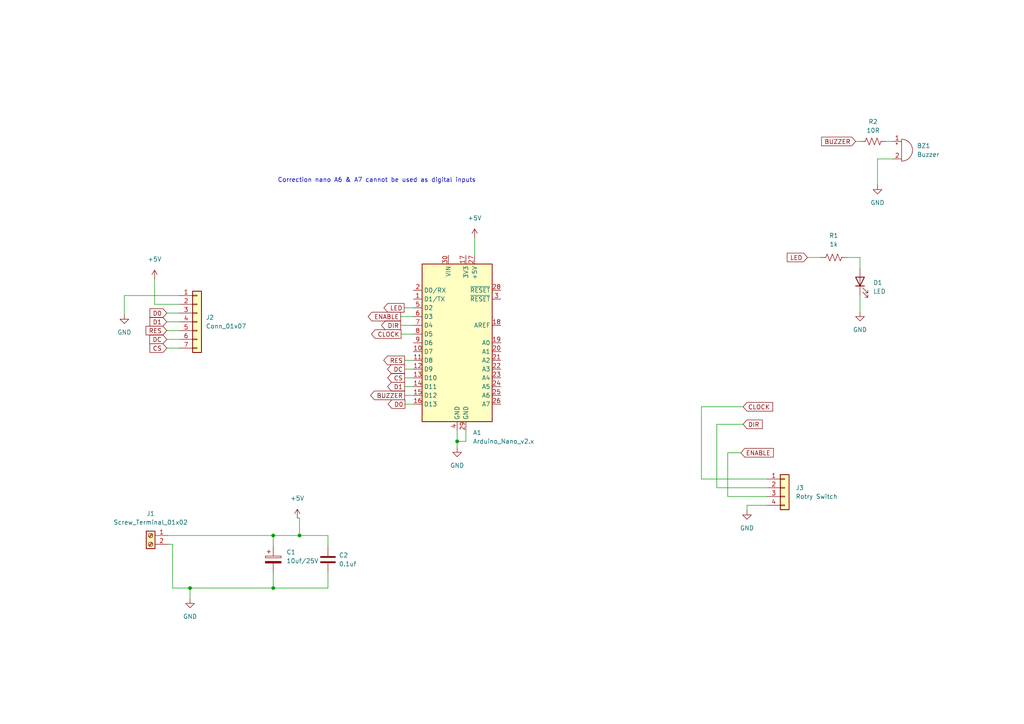
<source format=kicad_sch>
(kicad_sch (version 20211123) (generator eeschema)
  (paper "A4")
  (lib_symbols
    (symbol "Connector:Screw_Terminal_01x02" (pin_names (offset 1.016) hide)
      (property "Reference" "J" (at 0 2.54 0))
      (property "Value" "Screw_Terminal_01x02" (at 0 -5.08 0))
      (symbol "Screw_Terminal_01x02_1_1"
        (rectangle (start -1.27 1.27) (end 1.27 -3.81) (stroke (width 0.254)) (fill (type background)))
        (circle (center 0 -2.54) (radius 0.635) (stroke (width 0.1524)))
        (polyline (pts (xy -0.5334 -2.2098) (xy 0.3302 -3.048)) (stroke (width 0.1524)))
        (polyline (pts (xy -0.5334 0.3302) (xy 0.3302 -0.508)) (stroke (width 0.1524)))
        (polyline (pts (xy -0.3556 -2.032) (xy 0.508 -2.8702)) (stroke (width 0.1524)))
        (polyline (pts (xy -0.3556 0.508) (xy 0.508 -0.3302)) (stroke (width 0.1524)))
        (circle (center 0 0) (radius 0.635) (stroke (width 0.1524)))
        (pin passive line (at -5.08 0 0) (length 3.81) (name "Pin_1") (number "1"))
        (pin passive line (at -5.08 -2.54 0) (length 3.81) (name "Pin_2") (number "2"))
      )
    )
    (symbol "Connector_Generic:Conn_01x04" (pin_names (offset 1.016) hide)
      (property "Reference" "J" (at 0 5.08 0))
      (property "Value" "Conn_01x04" (at 0 -7.62 0))
      (symbol "Conn_01x04_1_1"
        (rectangle (start -1.27 -4.953) (end 0 -5.207) (stroke (width 0.1524)))
        (rectangle (start -1.27 -2.413) (end 0 -2.667) (stroke (width 0.1524)))
        (rectangle (start -1.27 0.127) (end 0 -0.127) (stroke (width 0.1524)))
        (rectangle (start -1.27 2.667) (end 0 2.413) (stroke (width 0.1524)))
        (rectangle (start -1.27 3.81) (end 1.27 -6.35) (stroke (width 0.254)) (fill (type background)))
        (pin passive line (at -5.08 2.54 0) (length 3.81) (name "Pin_1") (number "1"))
        (pin passive line (at -5.08 0 0) (length 3.81) (name "Pin_2") (number "2"))
        (pin passive line (at -5.08 -2.54 0) (length 3.81) (name "Pin_3") (number "3"))
        (pin passive line (at -5.08 -5.08 0) (length 3.81) (name "Pin_4") (number "4"))
      )
    )
    (symbol "Connector_Generic:Conn_01x07" (pin_names (offset 1.016) hide)
      (property "Reference" "J" (at 0 10.16 0))
      (property "Value" "Conn_01x07" (at 0 -10.16 0))
      (symbol "Conn_01x07_1_1"
        (rectangle (start -1.27 -7.493) (end 0 -7.747) (stroke (width 0.1524)))
        (rectangle (start -1.27 -4.953) (end 0 -5.207) (stroke (width 0.1524)))
        (rectangle (start -1.27 -2.413) (end 0 -2.667) (stroke (width 0.1524)))
        (rectangle (start -1.27 0.127) (end 0 -0.127) (stroke (width 0.1524)))
        (rectangle (start -1.27 2.667) (end 0 2.413) (stroke (width 0.1524)))
        (rectangle (start -1.27 5.207) (end 0 4.953) (stroke (width 0.1524)))
        (rectangle (start -1.27 7.747) (end 0 7.493) (stroke (width 0.1524)))
        (rectangle (start -1.27 8.89) (end 1.27 -8.89) (stroke (width 0.254)) (fill (type background)))
        (pin passive line (at -5.08 7.62 0) (length 3.81) (name "Pin_1") (number "1"))
        (pin passive line (at -5.08 5.08 0) (length 3.81) (name "Pin_2") (number "2"))
        (pin passive line (at -5.08 2.54 0) (length 3.81) (name "Pin_3") (number "3"))
        (pin passive line (at -5.08 0 0) (length 3.81) (name "Pin_4") (number "4"))
        (pin passive line (at -5.08 -2.54 0) (length 3.81) (name "Pin_5") (number "5"))
        (pin passive line (at -5.08 -5.08 0) (length 3.81) (name "Pin_6") (number "6"))
        (pin passive line (at -5.08 -7.62 0) (length 3.81) (name "Pin_7") (number "7"))
      )
    )
    (symbol "Device:Buzzer" (pin_names (offset 0.0254) hide)
      (property "Reference" "BZ" (at 3.81 1.27 0))
      (property "Value" "Buzzer" (at 3.81 -1.27 0))
      (symbol "Buzzer_0_1"
        (arc (start 0 -3.175) (mid 3.175 0) (end 0 3.175))
        (polyline (pts (xy -1.651 1.905) (xy -1.143 1.905)))
        (polyline (pts (xy -1.397 2.159) (xy -1.397 1.651)))
        (polyline (pts (xy 0 3.175) (xy 0 -3.175)))
      )
      (symbol "Buzzer_1_1"
        (pin passive line (at -2.54 2.54 0) (length 2.54) (name "-") (number "1"))
        (pin passive line (at -2.54 -2.54 0) (length 2.54) (name "+") (number "2"))
      )
    )
    (symbol "Device:C" (pin_numbers hide) (pin_names (offset 0.254))
      (property "Reference" "C" (at 0.635 2.54 0))
      (property "Value" "C" (at 0.635 -2.54 0))
      (symbol "C_0_1"
        (polyline (pts (xy -2.032 -0.762) (xy 2.032 -0.762)) (stroke (width 0.508)))
        (polyline (pts (xy -2.032 0.762) (xy 2.032 0.762)) (stroke (width 0.508)))
      )
      (symbol "C_1_1"
        (pin passive line (at 0 3.81 270) (length 2.794) (name "~") (number "1"))
        (pin passive line (at 0 -3.81 90) (length 2.794) (name "~") (number "2"))
      )
    )
    (symbol "Device:C_Polarized" (pin_numbers hide) (pin_names (offset 0.254))
      (property "Reference" "C" (at 0.635 2.54 0))
      (property "Value" "C_Polarized" (at 0.635 -2.54 0))
      (symbol "C_Polarized_0_1"
        (rectangle (start -2.286 0.508) (end 2.286 1.016))
        (polyline (pts (xy -1.778 2.286) (xy -0.762 2.286)))
        (polyline (pts (xy -1.27 2.794) (xy -1.27 1.778)))
        (rectangle (start 2.286 -0.508) (end -2.286 -1.016) (fill (type outline)))
      )
      (symbol "C_Polarized_1_1"
        (pin passive line (at 0 3.81 270) (length 2.794) (name "~") (number "1"))
        (pin passive line (at 0 -3.81 90) (length 2.794) (name "~") (number "2"))
      )
    )
    (symbol "Device:LED" (pin_numbers hide) (pin_names (offset 1.016) hide)
      (property "Reference" "D" (at 0 2.54 0))
      (property "Value" "LED" (at 0 -2.54 0))
      (symbol "LED_0_1"
        (polyline (pts (xy -1.27 -1.27) (xy -1.27 1.27)) (stroke (width 0.254)))
        (polyline (pts (xy -1.27 0) (xy 1.27 0)))
        (polyline (pts (xy 1.27 -1.27) (xy 1.27 1.27) (xy -1.27 0) (xy 1.27 -1.27)) (stroke (width 0.254)))
        (polyline (pts (xy -3.048 -0.762) (xy -4.572 -2.286) (xy -3.81 -2.286) (xy -4.572 -2.286) (xy -4.572 -1.524)))
        (polyline (pts (xy -1.778 -0.762) (xy -3.302 -2.286) (xy -2.54 -2.286) (xy -3.302 -2.286) (xy -3.302 -1.524)))
      )
      (symbol "LED_1_1"
        (pin passive line (at -3.81 0 0) (length 2.54) (name "K") (number "1"))
        (pin passive line (at 3.81 0 180) (length 2.54) (name "A") (number "2"))
      )
    )
    (symbol "Device:R_US" (pin_numbers hide) (pin_names (offset 0))
      (property "Reference" "R" (at 2.54 0 90))
      (property "Value" "R_US" (at -2.54 0 90))
      (symbol "R_US_0_1"
        (polyline (pts (xy 0 -2.286) (xy 0 -2.54)))
        (polyline (pts (xy 0 2.286) (xy 0 2.54)))
        (polyline (pts (xy 0 -0.762) (xy 1.016 -1.143) (xy 0 -1.524) (xy -1.016 -1.905) (xy 0 -2.286)))
        (polyline (pts (xy 0 0.762) (xy 1.016 0.381) (xy 0 0) (xy -1.016 -0.381) (xy 0 -0.762)))
        (polyline (pts (xy 0 2.286) (xy 1.016 1.905) (xy 0 1.524) (xy -1.016 1.143) (xy 0 0.762)))
      )
      (symbol "R_US_1_1"
        (pin passive line (at 0 3.81 270) (length 1.27) (name "~") (number "1"))
        (pin passive line (at 0 -3.81 90) (length 1.27) (name "~") (number "2"))
      )
    )
    (symbol "MCU_Module:Arduino_Nano_v2.x"
      (property "Reference" "A" (at -10.16 23.495 0))
      (property "Value" "Arduino_Nano_v2.x" (at 5.08 -24.13 0))
      (symbol "Arduino_Nano_v2.x_0_1"
        (rectangle (start -10.16 22.86) (end 10.16 -22.86) (stroke (width 0.254)) (fill (type background)))
      )
      (symbol "Arduino_Nano_v2.x_1_1"
        (pin bidirectional line (at -12.7 12.7 0) (length 2.54) (name "D1/TX") (number "1"))
        (pin bidirectional line (at -12.7 -2.54 0) (length 2.54) (name "D7") (number "10"))
        (pin bidirectional line (at -12.7 -5.08 0) (length 2.54) (name "D8") (number "11"))
        (pin bidirectional line (at -12.7 -7.62 0) (length 2.54) (name "D9") (number "12"))
        (pin bidirectional line (at -12.7 -10.16 0) (length 2.54) (name "D10") (number "13"))
        (pin bidirectional line (at -12.7 -12.7 0) (length 2.54) (name "D11") (number "14"))
        (pin bidirectional line (at -12.7 -15.24 0) (length 2.54) (name "D12") (number "15"))
        (pin bidirectional line (at -12.7 -17.78 0) (length 2.54) (name "D13") (number "16"))
        (pin power_out line (at 2.54 25.4 270) (length 2.54) (name "3V3") (number "17"))
        (pin input line (at 12.7 5.08 180) (length 2.54) (name "AREF") (number "18"))
        (pin bidirectional line (at 12.7 0 180) (length 2.54) (name "A0") (number "19"))
        (pin bidirectional line (at -12.7 15.24 0) (length 2.54) (name "D0/RX") (number "2"))
        (pin bidirectional line (at 12.7 -2.54 180) (length 2.54) (name "A1") (number "20"))
        (pin bidirectional line (at 12.7 -5.08 180) (length 2.54) (name "A2") (number "21"))
        (pin bidirectional line (at 12.7 -7.62 180) (length 2.54) (name "A3") (number "22"))
        (pin bidirectional line (at 12.7 -10.16 180) (length 2.54) (name "A4") (number "23"))
        (pin bidirectional line (at 12.7 -12.7 180) (length 2.54) (name "A5") (number "24"))
        (pin bidirectional line (at 12.7 -15.24 180) (length 2.54) (name "A6") (number "25"))
        (pin bidirectional line (at 12.7 -17.78 180) (length 2.54) (name "A7") (number "26"))
        (pin power_out line (at 5.08 25.4 270) (length 2.54) (name "+5V") (number "27"))
        (pin input line (at 12.7 15.24 180) (length 2.54) (name "~{RESET}") (number "28"))
        (pin power_in line (at 2.54 -25.4 90) (length 2.54) (name "GND") (number "29"))
        (pin input line (at 12.7 12.7 180) (length 2.54) (name "~{RESET}") (number "3"))
        (pin power_in line (at -2.54 25.4 270) (length 2.54) (name "VIN") (number "30"))
        (pin power_in line (at 0 -25.4 90) (length 2.54) (name "GND") (number "4"))
        (pin bidirectional line (at -12.7 10.16 0) (length 2.54) (name "D2") (number "5"))
        (pin bidirectional line (at -12.7 7.62 0) (length 2.54) (name "D3") (number "6"))
        (pin bidirectional line (at -12.7 5.08 0) (length 2.54) (name "D4") (number "7"))
        (pin bidirectional line (at -12.7 2.54 0) (length 2.54) (name "D5") (number "8"))
        (pin bidirectional line (at -12.7 0 0) (length 2.54) (name "D6") (number "9"))
      )
    )
    (symbol "power:+5V" (power) (pin_names (offset 0))
      (property "Value" "+5V" (at 0 3.556 0))
      (symbol "+5V_0_1"
        (polyline (pts (xy -0.762 1.27) (xy 0 2.54)))
        (polyline (pts (xy 0 0) (xy 0 2.54)))
        (polyline (pts (xy 0 2.54) (xy 0.762 1.27)))
      )
      (symbol "+5V_1_1"
        (pin power_in line (at 0 0 90) (length 0) hide (name "+5V") (number "1"))
      )
    )
    (symbol "power:GND" (power) (pin_names (offset 0))
      (property "Value" "GND" (at 0 -3.81 0))
      (symbol "GND_0_1"
        (polyline (pts (xy 0 0) (xy 0 -1.27) (xy 1.27 -1.27) (xy 0 -2.54) (xy -1.27 -1.27) (xy 0 -1.27)))
      )
      (symbol "GND_1_1"
        (pin power_in line (at 0 0 270) (length 0) hide (name "GND") (number "1"))
      )
    )
  )
  (junction (at 132.588 128.016))
  (junction (at 79.248 170.561))
  (junction (at 86.868 155.321))
  (junction (at 79.248 155.321))
  (junction (at 55.118 170.561))
  (wire (pts (xy 86.868 155.321) (xy 95.123 155.321)))
  (wire (pts (xy 117.348 114.681) (xy 119.888 114.681)))
  (wire (pts (xy 116.332 96.901) (xy 119.888 96.901)))
  (wire (pts (xy 215.519 123.063) (xy 207.899 123.063)))
  (wire (pts (xy 86.868 150.241) (xy 86.868 155.321)))
  (wire (pts (xy 132.588 128.016) (xy 132.588 129.921)))
  (wire (pts (xy 215.519 117.983) (xy 203.454 117.983)))
  (wire (pts (xy 234.188 74.676) (xy 237.998 74.676)))
  (wire (pts (xy 55.118 170.561) (xy 55.118 173.736)))
  (wire (pts (xy 116.205 91.821) (xy 119.888 91.821)))
  (wire (pts (xy 257.048 41.021) (xy 258.953 41.021)))
  (wire (pts (xy 95.123 155.321) (xy 95.123 158.496)))
  (wire (pts (xy 132.588 124.841) (xy 132.588 128.016)))
  (wire (pts (xy 48.387 100.965) (xy 52.07 100.965)))
  (wire (pts (xy 116.205 94.361) (xy 119.888 94.361)))
  (wire (pts (xy 44.831 88.265) (xy 44.831 80.899)))
  (wire (pts (xy 48.768 157.861) (xy 50.038 157.861)))
  (wire (pts (xy 203.454 138.938) (xy 222.504 138.938)))
  (wire (pts (xy 50.038 157.861) (xy 50.038 170.561)))
  (wire (pts (xy 207.899 123.063) (xy 207.899 141.478)))
  (wire (pts (xy 48.768 155.321) (xy 79.248 155.321)))
  (wire (pts (xy 48.387 90.805) (xy 52.07 90.805)))
  (wire (pts (xy 135.128 128.016) (xy 132.588 128.016)))
  (wire (pts (xy 137.668 68.961) (xy 137.668 74.041)))
  (wire (pts (xy 52.07 88.265) (xy 44.831 88.265)))
  (wire (pts (xy 258.953 46.101) (xy 254.508 46.101)))
  (wire (pts (xy 248.158 41.021) (xy 249.428 41.021)))
  (wire (pts (xy 254.508 46.101) (xy 254.508 53.721)))
  (wire (pts (xy 79.248 155.321) (xy 79.248 158.496)))
  (wire (pts (xy 36.068 85.725) (xy 36.068 91.313)))
  (wire (pts (xy 216.662 146.558) (xy 222.504 146.558)))
  (wire (pts (xy 117.348 109.601) (xy 119.888 109.601)))
  (wire (pts (xy 135.128 124.841) (xy 135.128 128.016)))
  (wire (pts (xy 117.221 89.281) (xy 119.888 89.281)))
  (wire (pts (xy 211.074 144.018) (xy 222.504 144.018)))
  (wire (pts (xy 249.428 74.676) (xy 249.428 77.851)))
  (wire (pts (xy 48.387 98.425) (xy 52.07 98.425)))
  (wire (pts (xy 95.123 170.561) (xy 79.248 170.561)))
  (wire (pts (xy 211.074 131.318) (xy 211.074 144.018)))
  (wire (pts (xy 216.662 146.558) (xy 216.662 148.082)))
  (wire (pts (xy 48.387 93.345) (xy 52.07 93.345)))
  (wire (pts (xy 79.248 155.321) (xy 86.868 155.321)))
  (wire (pts (xy 207.899 141.478) (xy 222.504 141.478)))
  (wire (pts (xy 245.618 74.676) (xy 249.428 74.676)))
  (wire (pts (xy 52.07 85.725) (xy 36.068 85.725)))
  (wire (pts (xy 117.475 117.221) (xy 119.888 117.221)))
  (wire (pts (xy 203.454 117.983) (xy 203.454 138.938)))
  (wire (pts (xy 86.233 150.241) (xy 86.868 150.241)))
  (wire (pts (xy 214.884 131.318) (xy 211.074 131.318)))
  (wire (pts (xy 48.387 95.885) (xy 52.07 95.885)))
  (wire (pts (xy 50.038 170.561) (xy 55.118 170.561)))
  (wire (pts (xy 249.428 85.471) (xy 249.428 90.551)))
  (wire (pts (xy 117.348 112.141) (xy 119.888 112.141)))
  (wire (pts (xy 79.248 166.116) (xy 79.248 170.561)))
  (wire (pts (xy 117.348 104.521) (xy 119.888 104.521)))
  (wire (pts (xy 55.118 170.561) (xy 79.248 170.561)))
  (wire (pts (xy 95.123 166.116) (xy 95.123 170.561)))
  (wire (pts (xy 117.348 107.061) (xy 119.888 107.061)))
  (text "Correction nano A6 & A7 cannot be used as digital inputs\n" (at 80.518 53.086 0) (effects (font (size 1.27 1.27)) (justify left bottom)))
  (global_label "ENABLE" (shape input) (at 214.884 131.318 0) (property "Intersheet References" "${INTERSHEET_REFS}" (effects hide)))
  (global_label "CLOCK" (shape input) (at 215.519 117.983 0) (property "Intersheet References" "${INTERSHEET_REFS}" (effects hide)))
  (global_label "ENABLE" (shape output) (at 116.205 91.821 180) (property "Intersheet References" "${INTERSHEET_REFS}" (effects hide)))
  (global_label "D0" (shape input) (at 48.387 90.805 180) (property "Intersheet References" "${INTERSHEET_REFS}" (effects hide)))
  (global_label "RES" (shape input) (at 48.387 95.885 180) (property "Intersheet References" "${INTERSHEET_REFS}" (effects hide)))
  (global_label "DIR" (shape input) (at 215.519 123.063 0) (property "Intersheet References" "${INTERSHEET_REFS}" (effects hide)))
  (global_label "CS" (shape output) (at 117.348 109.601 180) (property "Intersheet References" "${INTERSHEET_REFS}" (effects hide)))
  (global_label "RES" (shape output) (at 117.348 104.521 180) (property "Intersheet References" "${INTERSHEET_REFS}" (effects hide)))
  (global_label "CS" (shape input) (at 48.387 100.965 180) (property "Intersheet References" "${INTERSHEET_REFS}" (effects hide)))
  (global_label "CLOCK" (shape output) (at 116.332 96.901 180) (property "Intersheet References" "${INTERSHEET_REFS}" (effects hide)))
  (global_label "BUZZER" (shape input) (at 248.158 41.021 180) (property "Intersheet References" "${INTERSHEET_REFS}" (effects hide)))
  (global_label "DC" (shape input) (at 48.387 98.425 180) (property "Intersheet References" "${INTERSHEET_REFS}" (effects hide)))
  (global_label "LED" (shape input) (at 234.188 74.676 180) (property "Intersheet References" "${INTERSHEET_REFS}" (effects hide)))
  (global_label "D1" (shape output) (at 117.348 112.141 180) (property "Intersheet References" "${INTERSHEET_REFS}" (effects hide)))
  (global_label "D0" (shape output) (at 117.475 117.221 180) (property "Intersheet References" "${INTERSHEET_REFS}" (effects hide)))
  (global_label "DIR" (shape output) (at 116.205 94.361 180) (property "Intersheet References" "${INTERSHEET_REFS}" (effects hide)))
  (global_label "DC" (shape output) (at 117.348 107.061 180) (property "Intersheet References" "${INTERSHEET_REFS}" (effects hide)))
  (global_label "LED" (shape output) (at 117.221 89.281 180) (property "Intersheet References" "${INTERSHEET_REFS}" (effects hide)))
  (global_label "BUZZER" (shape output) (at 117.348 114.681 180) (property "Intersheet References" "${INTERSHEET_REFS}" (effects hide)))
  (global_label "D1" (shape input) (at 48.387 93.345 180) (property "Intersheet References" "${INTERSHEET_REFS}" (effects hide)))
  (symbol (lib_id "Device:R_US") (at 253.238 41.021 270) (unit 1)
    (property "Reference" "R2" (at 253.238 35.306 90))
    (property "Value" "10R" (at 253.238 37.846 90))
    (property "Footprint" "Resistor_THT:R_Axial_DIN0207_L6.3mm_D2.5mm_P10.16mm_Horizontal" (effects hide))
  )
  (symbol (lib_id "power:GND") (at 216.662 148.082 0) (unit 1)
    (property "Reference" "#PWR07" (effects hide))
    (property "Value" "GND" (at 216.662 153.162 0))
  )
  (symbol (lib_id "Device:Buzzer") (at 261.493 43.561 0) (unit 1)
    (property "Reference" "BZ1" (at 265.938 42.2909 0) (effects (justify left)))
    (property "Value" "Buzzer" (at 265.938 44.8309 0) (effects (justify left)))
    (property "Footprint" "Buzzer_Beeper:Buzzer_12x9.5RM7.6" (effects hide))
  )
  (symbol (lib_id "power:+5V") (at 137.668 68.961 0) (unit 1)
    (property "Reference" "#PWR06" (effects hide))
    (property "Value" "+5V" (at 137.668 63.246 0))
  )
  (symbol (lib_id "Device:C") (at 95.123 162.306 0) (unit 1)
    (property "Reference" "C2" (at 98.298 161.0359 0) (effects (justify left)))
    (property "Value" "0.1uf" (at 98.298 163.5759 0) (effects (justify left)))
    (property "Footprint" "Capacitor_THT:C_Disc_D5.0mm_W2.5mm_P5.00mm" (effects hide))
  )
  (symbol (lib_id "MCU_Module:Arduino_Nano_v2.x") (at 132.588 99.441 0) (unit 1)
    (property "Reference" "A1" (at 137.1474 125.476 0) (effects (justify left)))
    (property "Value" "Arduino_Nano_v2.x" (at 137.1474 128.016 0) (effects (justify left)))
    (property "Footprint" "Module:Arduino_Nano" (effects hide))
    (property "Datasheet" "https://www.arduino.cc/en/uploads/Main/ArduinoNanoManual23.pdf" (effects hide))
  )
  (symbol (lib_id "Connector_Generic:Conn_01x07") (at 57.15 93.345 0) (unit 1)
    (property "Reference" "J2" (at 59.69 92.0749 0) (effects (justify left)))
    (property "Value" "Conn_01x07" (at 59.69 94.6149 0) (effects (justify left)))
    (property "Footprint" "Connector_PinHeader_2.54mm:PinHeader_1x07_P2.54mm_Vertical" (effects hide))
  )
  (symbol (lib_id "power:GND") (at 55.118 173.736 0) (unit 1)
    (property "Reference" "#PWR03" (effects hide))
    (property "Value" "GND" (at 55.118 178.816 0))
  )
  (symbol (lib_id "power:+5V") (at 44.831 80.899 0) (unit 1)
    (property "Reference" "#PWR02" (effects hide))
    (property "Value" "+5V" (at 44.831 75.184 0))
  )
  (symbol (lib_id "power:+5V") (at 86.233 150.241 0) (unit 1)
    (property "Reference" "#PWR04" (effects hide))
    (property "Value" "+5V" (at 86.233 144.526 0))
  )
  (symbol (lib_id "Device:R_US") (at 241.808 74.676 270) (unit 1)
    (property "Reference" "R1" (at 241.808 68.326 90))
    (property "Value" "1k" (at 241.808 70.866 90))
    (property "Footprint" "Resistor_THT:R_Axial_DIN0207_L6.3mm_D2.5mm_P10.16mm_Horizontal" (effects hide))
  )
  (symbol (lib_id "Device:LED") (at 249.428 81.661 90) (unit 1)
    (property "Reference" "D1" (at 253.238 81.9784 90) (effects (justify right)))
    (property "Value" "LED" (at 253.238 84.5184 90) (effects (justify right)))
    (property "Footprint" "LED_THT:LED_D3.0mm_FlatTop" (effects hide))
  )
  (symbol (lib_id "Connector:Screw_Terminal_01x02") (at 43.688 155.321 0) (mirror y) (unit 1)
    (property "Reference" "J1" (at 43.688 148.971 0))
    (property "Value" "Screw_Terminal_01x02" (at 43.688 151.511 0))
    (property "Footprint" "TerminalBlock_Phoenix:TerminalBlock_Phoenix_MKDS-1,5-2_1x02_P5.00mm_Horizontal" (effects hide))
  )
  (symbol (lib_id "power:GND") (at 254.508 53.721 0) (unit 1)
    (property "Reference" "#PWR09" (effects hide))
    (property "Value" "GND" (at 254.508 58.801 0))
  )
  (symbol (lib_id "power:GND") (at 132.588 129.921 0) (unit 1)
    (property "Reference" "#PWR05" (effects hide))
    (property "Value" "GND" (at 132.588 135.001 0))
  )
  (symbol (lib_id "power:GND") (at 249.428 90.551 0) (unit 1)
    (property "Reference" "#PWR08" (effects hide))
    (property "Value" "GND" (at 249.428 95.631 0))
  )
  (symbol (lib_id "Device:C_Polarized") (at 79.248 162.306 0) (unit 1)
    (property "Reference" "C1" (at 83.058 160.1469 0) (effects (justify left)))
    (property "Value" "10uf/25V" (at 83.058 162.6869 0) (effects (justify left)))
    (property "Footprint" "Capacitor_THT:CP_Radial_D5.0mm_P2.50mm" (effects hide))
  )
  (symbol (lib_id "Connector_Generic:Conn_01x04") (at 227.584 141.478 0) (unit 1)
    (property "Reference" "J3" (at 230.759 141.4779 0) (effects (justify left)))
    (property "Value" "Rotry Switch" (at 230.759 144.0179 0) (effects (justify left)))
    (property "Footprint" "Connector_PinHeader_2.54mm:PinHeader_1x04_P2.54mm_Vertical" (effects hide))
  )
  (symbol (lib_id "power:GND") (at 36.068 91.313 0) (unit 1)
    (property "Reference" "#PWR01" (effects hide))
    (property "Value" "GND" (at 36.068 96.393 0))
  )
)
</source>
